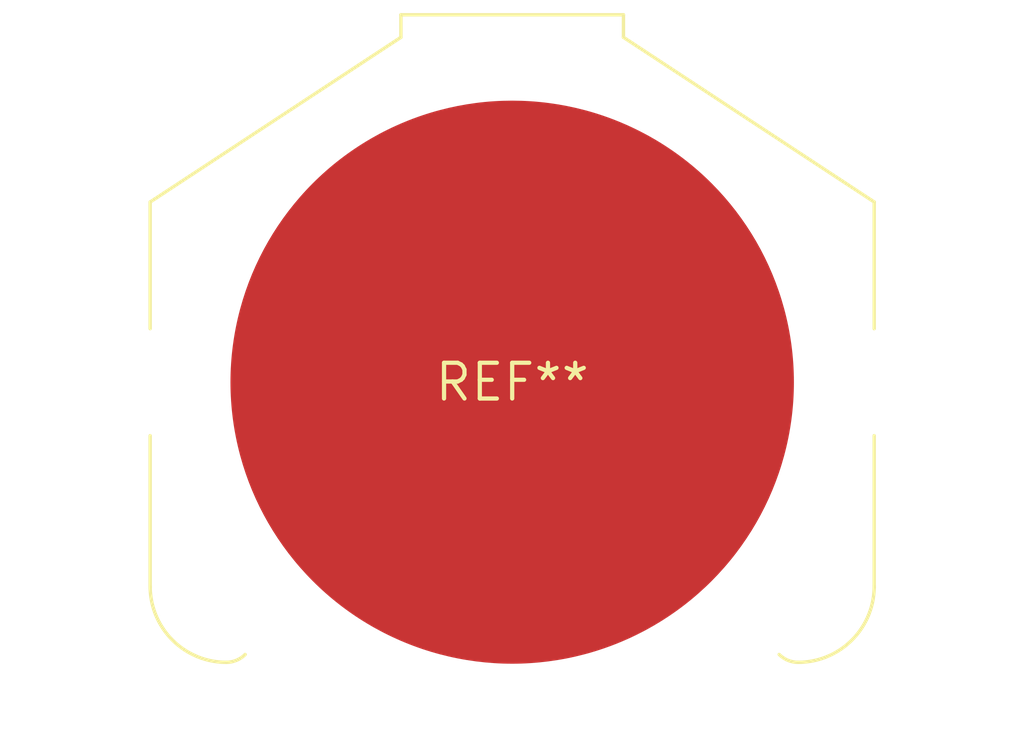
<source format=kicad_pcb>
(kicad_pcb (version 20240108) (generator pcbnew)
  (layers (0 "F.Cu" signal) (31 "B.Cu" signal) (34 "B.Paste" user) (35 "F.Paste" user) (36 "B.SilkS" user "B.Silkscreen") (37 "F.SilkS" user "F.Silkscreen") (38 "B.Mask" user) (39 "F.Mask" user) (44 "Edge.Cuts" user))
  (net 0 "")
  (footprint "BatteryHolder_Keystone_3009_1x2450" (layer "F.Cu") (at 0 0)
    (property "Reference" "REF**")
    (property "Value" "BatteryHolder_Keystone_3009_1x2450")
    (fp_line (start -12.85 -6.4) (end -12.85 -1.9) (layer "F.SilkS") (stroke (width 0.12)))
    (fp_line (start -12.85 1.9) (end -12.85 7.3) (layer "F.SilkS") (stroke (width 0.12)))
    (fp_line (start -3.95 -13.05) (end -3.95 -12.25) (layer "F.SilkS") (stroke (width 0.12)))
    (fp_line (start -3.95 -13.05) (end 3.95 -13.05) (layer "F.SilkS") (stroke (width 0.12)))
    (fp_line (start -3.95 -12.25) (end -12.85 -6.4) (layer "F.SilkS") (stroke (width 0.12)))
    (fp_line (start 3.95 -13.05) (end 3.95 -12.25) (layer "F.SilkS") (stroke (width 0.12)))
    (fp_line (start 3.95 -12.25) (end 12.85 -6.4) (layer "F.SilkS") (stroke (width 0.12)))
    (fp_line (start 12.85 -6.4) (end 12.85 -1.9) (layer "F.SilkS") (stroke (width 0.12)))
    (fp_line (start 12.85 1.9) (end 12.85 7.3) (layer "F.SilkS") (stroke (width 0.12)))
    (fp_arc (start -10.15 9.95) (mid -12.059188 9.159188) (end -12.85 7.25) (layer "F.SilkS") (stroke (width 0.12)))
    (fp_arc (start -9.478249 9.671751) (mid -9.786451 9.877685) (end -10.15 9.95) (layer "F.SilkS") (stroke (width 0.12)))
    (fp_arc (start 10.15 9.95) (mid 9.786451 9.877686) (end 9.478249 9.671751) (layer "F.SilkS") (stroke (width 0.12)))
    (fp_arc (start 12.85 7.25) (mid 12.059188 9.159188) (end 10.15 9.95) (layer "F.SilkS") (stroke (width 0.12)))
    (pad "1" thru_hole circle (at -12.7 0) (size 3 3) (drill 1.9) (layers *.Cu *.Mask) (remove_unused_layers))
    (pad "1" thru_hole circle (at 12.7 0) (size 3 3) (drill 1.9) (layers *.Cu *.Mask) (remove_unused_layers))
    (pad "2" smd circle (at 0 0) (size 20 20) (layers "F.Cu" "F.Mask"))
  )
)
</source>
